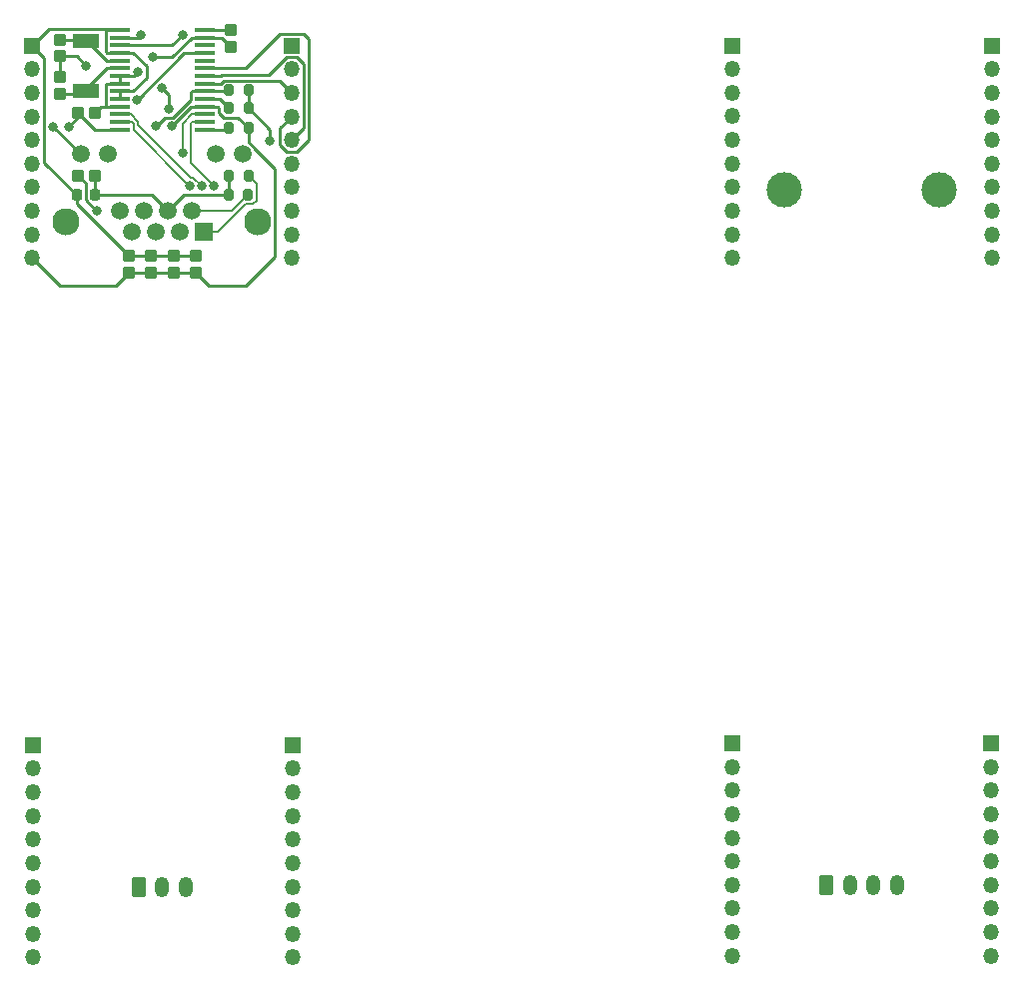
<source format=gbl>
G04 #@! TF.GenerationSoftware,KiCad,Pcbnew,7.0.7*
G04 #@! TF.CreationDate,2023-10-04T16:42:27-06:00*
G04 #@! TF.ProjectId,Modular_Interfaces,4d6f6475-6c61-4725-9f49-6e7465726661,rev?*
G04 #@! TF.SameCoordinates,Original*
G04 #@! TF.FileFunction,Copper,L2,Bot*
G04 #@! TF.FilePolarity,Positive*
%FSLAX46Y46*%
G04 Gerber Fmt 4.6, Leading zero omitted, Abs format (unit mm)*
G04 Created by KiCad (PCBNEW 7.0.7) date 2023-10-04 16:42:27*
%MOMM*%
%LPD*%
G01*
G04 APERTURE LIST*
G04 Aperture macros list*
%AMRoundRect*
0 Rectangle with rounded corners*
0 $1 Rounding radius*
0 $2 $3 $4 $5 $6 $7 $8 $9 X,Y pos of 4 corners*
0 Add a 4 corners polygon primitive as box body*
4,1,4,$2,$3,$4,$5,$6,$7,$8,$9,$2,$3,0*
0 Add four circle primitives for the rounded corners*
1,1,$1+$1,$2,$3*
1,1,$1+$1,$4,$5*
1,1,$1+$1,$6,$7*
1,1,$1+$1,$8,$9*
0 Add four rect primitives between the rounded corners*
20,1,$1+$1,$2,$3,$4,$5,0*
20,1,$1+$1,$4,$5,$6,$7,0*
20,1,$1+$1,$6,$7,$8,$9,0*
20,1,$1+$1,$8,$9,$2,$3,0*%
G04 Aperture macros list end*
G04 #@! TA.AperFunction,ComponentPad*
%ADD10R,1.350000X1.350000*%
G04 #@! TD*
G04 #@! TA.AperFunction,ComponentPad*
%ADD11O,1.350000X1.350000*%
G04 #@! TD*
G04 #@! TA.AperFunction,ComponentPad*
%ADD12R,1.500000X1.500000*%
G04 #@! TD*
G04 #@! TA.AperFunction,ComponentPad*
%ADD13C,1.500000*%
G04 #@! TD*
G04 #@! TA.AperFunction,ComponentPad*
%ADD14C,2.300000*%
G04 #@! TD*
G04 #@! TA.AperFunction,ComponentPad*
%ADD15RoundRect,0.250000X-0.350000X-0.625000X0.350000X-0.625000X0.350000X0.625000X-0.350000X0.625000X0*%
G04 #@! TD*
G04 #@! TA.AperFunction,ComponentPad*
%ADD16O,1.200000X1.750000*%
G04 #@! TD*
G04 #@! TA.AperFunction,ComponentPad*
%ADD17C,3.000000*%
G04 #@! TD*
G04 #@! TA.AperFunction,SMDPad,CuDef*
%ADD18RoundRect,0.218750X-0.218750X-0.256250X0.218750X-0.256250X0.218750X0.256250X-0.218750X0.256250X0*%
G04 #@! TD*
G04 #@! TA.AperFunction,SMDPad,CuDef*
%ADD19R,2.200000X1.300000*%
G04 #@! TD*
G04 #@! TA.AperFunction,SMDPad,CuDef*
%ADD20RoundRect,0.250000X-0.275000X0.287500X-0.275000X-0.287500X0.275000X-0.287500X0.275000X0.287500X0*%
G04 #@! TD*
G04 #@! TA.AperFunction,SMDPad,CuDef*
%ADD21RoundRect,0.200000X-0.200000X-0.275000X0.200000X-0.275000X0.200000X0.275000X-0.200000X0.275000X0*%
G04 #@! TD*
G04 #@! TA.AperFunction,SMDPad,CuDef*
%ADD22RoundRect,0.250000X-0.287500X-0.275000X0.287500X-0.275000X0.287500X0.275000X-0.287500X0.275000X0*%
G04 #@! TD*
G04 #@! TA.AperFunction,SMDPad,CuDef*
%ADD23RoundRect,0.250000X0.287500X0.275000X-0.287500X0.275000X-0.287500X-0.275000X0.287500X-0.275000X0*%
G04 #@! TD*
G04 #@! TA.AperFunction,SMDPad,CuDef*
%ADD24RoundRect,0.200000X0.200000X0.275000X-0.200000X0.275000X-0.200000X-0.275000X0.200000X-0.275000X0*%
G04 #@! TD*
G04 #@! TA.AperFunction,SMDPad,CuDef*
%ADD25RoundRect,0.250000X0.275000X-0.287500X0.275000X0.287500X-0.275000X0.287500X-0.275000X-0.287500X0*%
G04 #@! TD*
G04 #@! TA.AperFunction,SMDPad,CuDef*
%ADD26R,1.750000X0.450000*%
G04 #@! TD*
G04 #@! TA.AperFunction,ViaPad*
%ADD27C,0.800000*%
G04 #@! TD*
G04 #@! TA.AperFunction,Conductor*
%ADD28C,0.250000*%
G04 #@! TD*
G04 #@! TA.AperFunction,Conductor*
%ADD29C,0.200000*%
G04 #@! TD*
G04 APERTURE END LIST*
D10*
X193777000Y-105901200D03*
D11*
X193777000Y-107901200D03*
X193777000Y-109901200D03*
X193777000Y-111901200D03*
X193777000Y-113901200D03*
X193777000Y-115901200D03*
X193777000Y-117901200D03*
X193777000Y-119901200D03*
X193777000Y-121901200D03*
X193777000Y-123901200D03*
D10*
X112490500Y-46777700D03*
D11*
X112490500Y-48777700D03*
X112490500Y-50777700D03*
X112490500Y-52777700D03*
X112490500Y-54777700D03*
X112490500Y-56777700D03*
X112490500Y-58777700D03*
X112490500Y-60777700D03*
X112490500Y-62777700D03*
X112490500Y-64777700D03*
D10*
X134490500Y-46777700D03*
D11*
X134490500Y-48777700D03*
X134490500Y-50777700D03*
X134490500Y-52777700D03*
X134490500Y-54777700D03*
X134490500Y-56777700D03*
X134490500Y-58777700D03*
X134490500Y-60777700D03*
X134490500Y-62777700D03*
X134490500Y-64777700D03*
D12*
X126988500Y-62562700D03*
D13*
X125972500Y-60782700D03*
X124956500Y-62562700D03*
X123940500Y-60782700D03*
X122924500Y-62562700D03*
X121908500Y-60782700D03*
X120892500Y-62562700D03*
X119876500Y-60782700D03*
X130288500Y-55962700D03*
X127998500Y-55962700D03*
X118858500Y-55962700D03*
X116568500Y-55962700D03*
D14*
X131558500Y-61672700D03*
X115298500Y-61672700D03*
D15*
X179777000Y-117941200D03*
D16*
X181777000Y-117941200D03*
X183777000Y-117941200D03*
X185777000Y-117941200D03*
D10*
X171807000Y-105911200D03*
D11*
X171807000Y-107911200D03*
X171807000Y-109911200D03*
X171807000Y-111911200D03*
X171807000Y-113911200D03*
X171807000Y-115911200D03*
X171807000Y-117911200D03*
X171807000Y-119911200D03*
X171807000Y-121911200D03*
X171807000Y-123911200D03*
D10*
X171800800Y-46772200D03*
D11*
X171800800Y-48772200D03*
X171800800Y-50772200D03*
X171800800Y-52772200D03*
X171800800Y-54772200D03*
X171800800Y-56772200D03*
X171800800Y-58772200D03*
X171800800Y-60772200D03*
X171800800Y-62772200D03*
X171800800Y-64772200D03*
D10*
X134517000Y-106061200D03*
D11*
X134517000Y-108061200D03*
X134517000Y-110061200D03*
X134517000Y-112061200D03*
X134517000Y-114061200D03*
X134517000Y-116061200D03*
X134517000Y-118061200D03*
X134517000Y-120061200D03*
X134517000Y-122061200D03*
X134517000Y-124061200D03*
D15*
X121507000Y-118091200D03*
D16*
X123507000Y-118091200D03*
X125507000Y-118091200D03*
D10*
X193788200Y-46782600D03*
D11*
X193788200Y-48782600D03*
X193788200Y-50782600D03*
X193788200Y-52782600D03*
X193788200Y-54782600D03*
X193788200Y-56782600D03*
X193788200Y-58782600D03*
X193788200Y-60782600D03*
X193788200Y-62782600D03*
X193788200Y-64782600D03*
D17*
X176220000Y-58998000D03*
X189360000Y-58998000D03*
D10*
X112530800Y-106062200D03*
D11*
X112530800Y-108062200D03*
X112530800Y-110062200D03*
X112530800Y-112062200D03*
X112530800Y-114062200D03*
X112530800Y-116062200D03*
X112530800Y-118062200D03*
X112530800Y-120062200D03*
X112530800Y-122062200D03*
X112530800Y-124062200D03*
D18*
X116253500Y-59436700D03*
X117828500Y-59436700D03*
D19*
X117030500Y-50577700D03*
X117030500Y-46377700D03*
D20*
X126338500Y-64600200D03*
X126338500Y-66025200D03*
D21*
X129143500Y-57782700D03*
X130793500Y-57782700D03*
D20*
X124438500Y-64600200D03*
X124438500Y-66025200D03*
D22*
X116340500Y-52462700D03*
X117765500Y-52462700D03*
D23*
X117776000Y-57782700D03*
X116351000Y-57782700D03*
D24*
X130790500Y-52077700D03*
X129140500Y-52077700D03*
X130783500Y-59432700D03*
X129133500Y-59432700D03*
X130790500Y-50552700D03*
X129140500Y-50552700D03*
D20*
X114798500Y-49462700D03*
X114798500Y-50887700D03*
D25*
X114798500Y-47692700D03*
X114798500Y-46267700D03*
D21*
X129140500Y-53727700D03*
X130790500Y-53727700D03*
D20*
X120638500Y-64600200D03*
X120638500Y-66025200D03*
X129290500Y-45465200D03*
X129290500Y-46890200D03*
X122538500Y-64600200D03*
X122538500Y-66025200D03*
D26*
X127090500Y-45452700D03*
X127090500Y-46102700D03*
X127090500Y-46752700D03*
X127090500Y-47402700D03*
X127090500Y-48052700D03*
X127090500Y-48702700D03*
X127090500Y-49352700D03*
X127090500Y-50002700D03*
X127090500Y-50652700D03*
X127090500Y-51302700D03*
X127090500Y-51952700D03*
X127090500Y-52602700D03*
X127090500Y-53252700D03*
X127090500Y-53902700D03*
X119890500Y-53902700D03*
X119890500Y-53252700D03*
X119890500Y-52602700D03*
X119890500Y-51952700D03*
X119890500Y-51302700D03*
X119890500Y-50652700D03*
X119890500Y-50002700D03*
X119890500Y-49352700D03*
X119890500Y-48702700D03*
X119890500Y-48052700D03*
X119890500Y-47402700D03*
X119890500Y-46752700D03*
X119890500Y-46102700D03*
X119890500Y-45452700D03*
D27*
X123498500Y-50392700D03*
X126818500Y-58652700D03*
X121428500Y-49012700D03*
X115548500Y-53652700D03*
X117958500Y-60752700D03*
X122956421Y-53592700D03*
X132600500Y-54866591D03*
X127843218Y-58652700D03*
X124053003Y-52143200D03*
X121718500Y-45862700D03*
X121365002Y-51345342D03*
X124278500Y-53592700D03*
X117030500Y-48477700D03*
X125208500Y-45862700D03*
X125216000Y-55889611D03*
X114223000Y-53652700D03*
X122708500Y-47752700D03*
X125803784Y-58652700D03*
D28*
X133465500Y-49752700D02*
X134490500Y-50777700D01*
X117900521Y-60752700D02*
X117958500Y-60752700D01*
X125890500Y-51344304D02*
X125890500Y-50752700D01*
X114223000Y-53652700D02*
X114258500Y-53652700D01*
X128215500Y-51952700D02*
X127090500Y-51952700D01*
X126338500Y-66025200D02*
X124438500Y-66025200D01*
X131363500Y-55517420D02*
X131363500Y-55527700D01*
X128473038Y-50002700D02*
X128723038Y-49752700D01*
X127090500Y-45452700D02*
X129278000Y-45452700D01*
X117016000Y-58447700D02*
X117016000Y-59868179D01*
X129143500Y-57782700D02*
X129143500Y-59422700D01*
D29*
X130793500Y-57782700D02*
X131483500Y-58472700D01*
D28*
X128290500Y-52454700D02*
X128290500Y-52027700D01*
D29*
X126040500Y-53252700D02*
X125915500Y-53377700D01*
D28*
X123750500Y-52867700D02*
X124367104Y-52867700D01*
X118690500Y-45527700D02*
X118765500Y-45452700D01*
D29*
X125788500Y-58652700D02*
X125803784Y-58652700D01*
X125915500Y-53377700D02*
X125915500Y-56724982D01*
D28*
X118275500Y-51952700D02*
X117765500Y-52462700D01*
X114815500Y-67102700D02*
X112490500Y-64777700D01*
X130790500Y-53727700D02*
X130790500Y-54944420D01*
X124053003Y-50947203D02*
X124053003Y-52143200D01*
X128290500Y-52027700D02*
X128215500Y-51952700D01*
D29*
X130559186Y-60222700D02*
X128219186Y-62562700D01*
D28*
X119890500Y-48702700D02*
X118790500Y-48702700D01*
X114258500Y-53652700D02*
X116568500Y-55962700D01*
X117030500Y-50462700D02*
X117030500Y-50577700D01*
X127090500Y-51952700D02*
X125918500Y-51952700D01*
X119561000Y-67102700D02*
X114815500Y-67102700D01*
X119890500Y-51952700D02*
X118765500Y-51952700D01*
X129143500Y-59422700D02*
X129133500Y-59432700D01*
X119890500Y-49352700D02*
X121088500Y-49352700D01*
X135940500Y-54741914D02*
X134904714Y-55777700D01*
X113498500Y-47785700D02*
X112490500Y-46777700D01*
D29*
X125918500Y-57952700D02*
X126118500Y-57952700D01*
D28*
X118690500Y-50077700D02*
X118765500Y-50002700D01*
X124318500Y-46752700D02*
X119890500Y-46752700D01*
D29*
X127090500Y-52602700D02*
X126015500Y-52602700D01*
D28*
X130790500Y-54944420D02*
X131363500Y-55517420D01*
X134904714Y-47777700D02*
X135490500Y-48363486D01*
X113865500Y-45402700D02*
X112490500Y-46777700D01*
X133490500Y-53777700D02*
X134490500Y-52777700D01*
X127416000Y-67102700D02*
X126338500Y-66025200D01*
X119890500Y-50652700D02*
X119890500Y-51302700D01*
D29*
X128219186Y-62562700D02*
X126988500Y-62562700D01*
D28*
X118790500Y-48052700D02*
X117115500Y-46377700D01*
X116920500Y-46267700D02*
X117030500Y-46377700D01*
X116720500Y-50887700D02*
X117030500Y-50577700D01*
X124367104Y-52867700D02*
X125890500Y-51344304D01*
X116340500Y-52462700D02*
X116340500Y-52860700D01*
X124438500Y-66025200D02*
X122538500Y-66025200D01*
D29*
X120856186Y-52602700D02*
X121465500Y-53212014D01*
D28*
X114798500Y-47692700D02*
X116245500Y-47692700D01*
X114798500Y-47692700D02*
X114798500Y-49462700D01*
X130790500Y-53727700D02*
X129940500Y-52877700D01*
X135490500Y-45777700D02*
X135940500Y-46227700D01*
X119890500Y-53902700D02*
X117780500Y-53902700D01*
X118790500Y-47402700D02*
X118690500Y-47302700D01*
X119890500Y-47402700D02*
X121015500Y-47402700D01*
D29*
X131483500Y-58472700D02*
X131483500Y-59917700D01*
D28*
X125993805Y-46102700D02*
X127090500Y-46102700D01*
X127090500Y-51302700D02*
X128365500Y-51302700D01*
X122594500Y-59436700D02*
X123940500Y-60782700D01*
X117780500Y-53902700D02*
X116340500Y-52462700D01*
D29*
X130783500Y-59432700D02*
X129433500Y-60782700D01*
D28*
X132600500Y-53887700D02*
X132600500Y-54866591D01*
X129278000Y-45452700D02*
X129290500Y-45465200D01*
X113498500Y-56681700D02*
X113498500Y-47785700D01*
X118765500Y-45452700D02*
X119890500Y-45452700D01*
X125368500Y-47402700D02*
X127090500Y-47402700D01*
X117776000Y-59384200D02*
X117828500Y-59436700D01*
X124438500Y-64600200D02*
X126338500Y-64600200D01*
X133490500Y-55191914D02*
X133490500Y-53777700D01*
X128503000Y-46102700D02*
X129290500Y-46890200D01*
D29*
X119890500Y-53252700D02*
X120940500Y-53252700D01*
D28*
X121365002Y-51345342D02*
X121425858Y-51345342D01*
X129133500Y-59432700D02*
X125290500Y-59432700D01*
X122538500Y-66025200D02*
X120638500Y-66025200D01*
X119840500Y-45402700D02*
X113865500Y-45402700D01*
X133490500Y-45777700D02*
X135490500Y-45777700D01*
X116340500Y-52860700D02*
X115548500Y-53652700D01*
X122153500Y-49514700D02*
X121015500Y-50652700D01*
X132551286Y-49302700D02*
X134076286Y-47777700D01*
X116253500Y-59436700D02*
X113498500Y-56681700D01*
X135490500Y-48363486D02*
X135490500Y-53777700D01*
X128365500Y-51302700D02*
X129140500Y-52077700D01*
X125208500Y-45862700D02*
X124318500Y-46752700D01*
X125990500Y-50652700D02*
X127090500Y-50652700D01*
D29*
X129433500Y-60782700D02*
X125972500Y-60782700D01*
D28*
X135490500Y-53777700D02*
X134490500Y-54777700D01*
X119890500Y-46102700D02*
X121478500Y-46102700D01*
X116351000Y-57782700D02*
X116351000Y-58095221D01*
X127090500Y-53902700D02*
X128965500Y-53902700D01*
X122988823Y-53629377D02*
X123750500Y-52867700D01*
X119890500Y-48052700D02*
X118790500Y-48052700D01*
X117828500Y-59436700D02*
X122594500Y-59436700D01*
D29*
X121065500Y-53929700D02*
X125788500Y-58652700D01*
D28*
X120638500Y-66025200D02*
X119561000Y-67102700D01*
D29*
X121465500Y-53499700D02*
X125918500Y-57952700D01*
D28*
X124343805Y-47752700D02*
X125993805Y-46102700D01*
X127090500Y-49352700D02*
X128486642Y-49352700D01*
X134904714Y-55777700D02*
X134076286Y-55777700D01*
D29*
X127090500Y-53252700D02*
X126040500Y-53252700D01*
D28*
X119890500Y-45452700D02*
X119840500Y-45402700D01*
X121015500Y-47402700D02*
X122153500Y-48540700D01*
D29*
X119890500Y-52602700D02*
X120856186Y-52602700D01*
X125915500Y-56724982D02*
X127843218Y-58652700D01*
D28*
X119890500Y-49352700D02*
X119890500Y-50002700D01*
X125890500Y-50752700D02*
X125990500Y-50652700D01*
X123498500Y-50392700D02*
X124053003Y-50947203D01*
X118790500Y-48702700D02*
X117030500Y-50462700D01*
X128723038Y-49752700D02*
X133465500Y-49752700D01*
X118765500Y-51952700D02*
X118690500Y-51877700D01*
D29*
X126015500Y-52602700D02*
X125216000Y-53402200D01*
D28*
X114798500Y-50887700D02*
X116720500Y-50887700D01*
X135940500Y-46227700D02*
X135940500Y-54741914D01*
X129940500Y-52877700D02*
X128713500Y-52877700D01*
X118690500Y-51877700D02*
X118690500Y-50077700D01*
X117016000Y-59868179D02*
X117900521Y-60752700D01*
X127090500Y-50652700D02*
X129040500Y-50652700D01*
D29*
X131483500Y-59917700D02*
X131178500Y-60222700D01*
D28*
X130606927Y-67102700D02*
X127416000Y-67102700D01*
X134076286Y-55777700D02*
X133490500Y-55191914D01*
X125290500Y-59432700D02*
X123940500Y-60782700D01*
X114798500Y-46267700D02*
X116920500Y-46267700D01*
D29*
X125216000Y-53402200D02*
X125216000Y-55889611D01*
D28*
X127090500Y-46102700D02*
X128503000Y-46102700D01*
X121425858Y-51345342D02*
X125368500Y-47402700D01*
X125918500Y-51952700D02*
X124278500Y-53592700D01*
X116245500Y-47692700D02*
X117030500Y-48477700D01*
X133033500Y-64676127D02*
X130606927Y-67102700D01*
X116253500Y-60215200D02*
X120638500Y-64600200D01*
X117115500Y-46377700D02*
X117030500Y-46377700D01*
X119890500Y-51952700D02*
X118275500Y-51952700D01*
X130565500Y-48702700D02*
X133490500Y-45777700D01*
X128536642Y-49302700D02*
X132551286Y-49302700D01*
X121015500Y-50652700D02*
X119890500Y-50652700D01*
X127090500Y-50002700D02*
X128473038Y-50002700D01*
X129040500Y-50652700D02*
X129140500Y-50552700D01*
X122708500Y-47752700D02*
X124343805Y-47752700D01*
D29*
X121065500Y-53377700D02*
X121065500Y-53929700D01*
X131178500Y-60222700D02*
X130559186Y-60222700D01*
D28*
X116253500Y-59436700D02*
X116253500Y-60215200D01*
X131363500Y-55527700D02*
X133033500Y-57197700D01*
X128713500Y-52877700D02*
X128290500Y-52454700D01*
X122538500Y-64600200D02*
X124438500Y-64600200D01*
X122956421Y-53629377D02*
X122988823Y-53629377D01*
X121478500Y-46102700D02*
X121718500Y-45862700D01*
X121088500Y-49352700D02*
X121428500Y-49012700D01*
D29*
X121465500Y-53212014D02*
X121465500Y-53499700D01*
D28*
X117776000Y-57782700D02*
X117776000Y-59384200D01*
D29*
X120940500Y-53252700D02*
X121065500Y-53377700D01*
D28*
X130790500Y-50552700D02*
X130790500Y-52077700D01*
X127090500Y-48702700D02*
X130565500Y-48702700D01*
X116351000Y-57782700D02*
X117016000Y-58447700D01*
X118690500Y-47302700D02*
X118690500Y-45527700D01*
X130790500Y-52077700D02*
X132600500Y-53887700D01*
X120638500Y-64600200D02*
X122538500Y-64600200D01*
X122153500Y-48540700D02*
X122153500Y-49514700D01*
X134076286Y-47777700D02*
X134904714Y-47777700D01*
D29*
X126118500Y-57952700D02*
X126818500Y-58652700D01*
D28*
X118765500Y-50002700D02*
X119890500Y-50002700D01*
X133033500Y-57197700D02*
X133033500Y-64676127D01*
X119890500Y-47402700D02*
X118790500Y-47402700D01*
X128965500Y-53902700D02*
X129140500Y-53727700D01*
X128486642Y-49352700D02*
X128536642Y-49302700D01*
M02*

</source>
